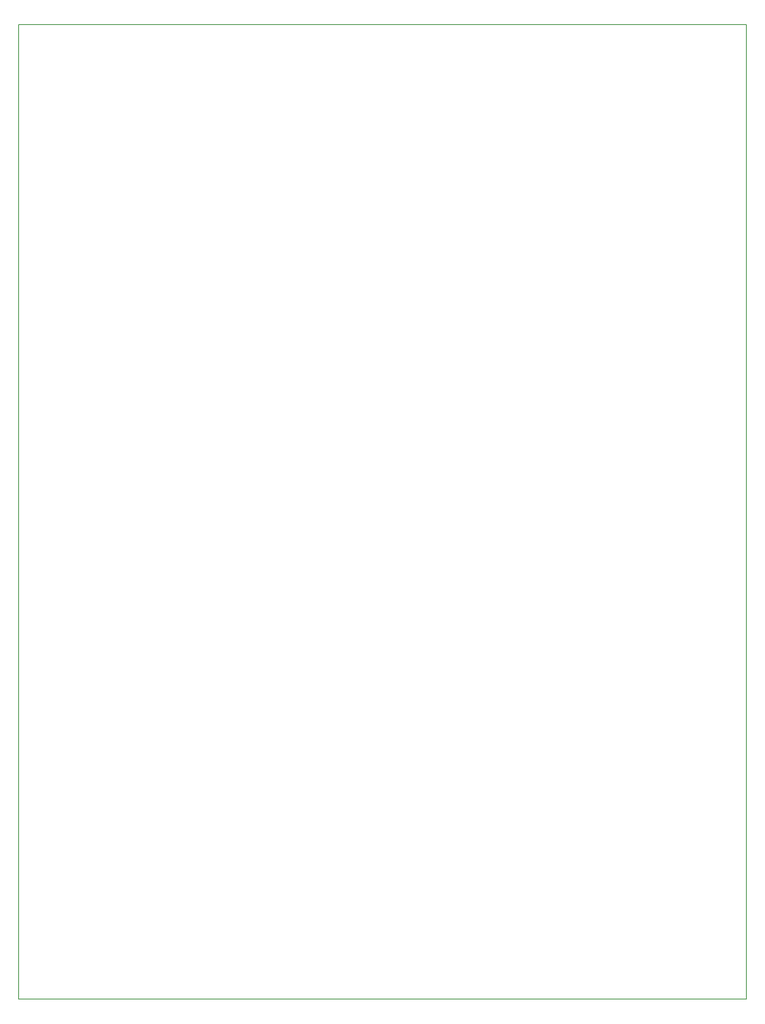
<source format=gbr>
G04 PROTEUS GERBER X2 FILE*
%TF.GenerationSoftware,Labcenter,Proteus,8.6-SP1-Build23413*%
%TF.CreationDate,2017-02-04T10:42:02+00:00*%
%TF.FileFunction,NonPlated,1,4,NPTH*%
%TF.FilePolarity,Positive*%
%TF.Part,Single*%
%FSLAX45Y45*%
%MOMM*%
G01*
%TA.AperFunction,Profile*%
%ADD70C,0.203200*%
%TD.AperFunction*%
D70*
X-508000Y-8255000D02*
X+15049500Y-8255000D01*
X+15049500Y+12573000D01*
X-508000Y+12573000D01*
X-508000Y-8255000D01*
M02*

</source>
